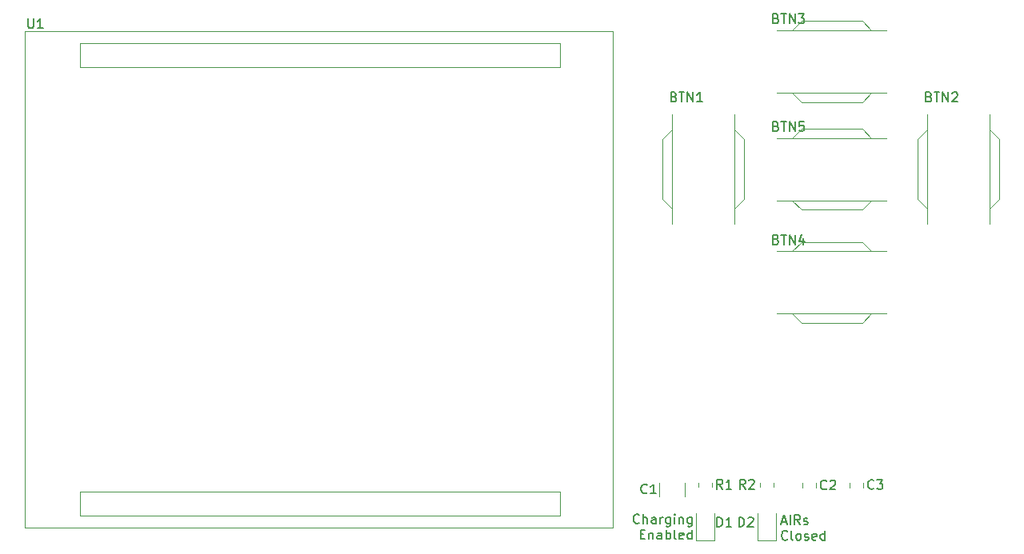
<source format=gbr>
%TF.GenerationSoftware,KiCad,Pcbnew,(5.1.10)-1*%
%TF.CreationDate,2022-03-09T11:46:58-05:00*%
%TF.ProjectId,PacMan-display,5061634d-616e-42d6-9469-73706c61792e,1.0*%
%TF.SameCoordinates,Original*%
%TF.FileFunction,Legend,Top*%
%TF.FilePolarity,Positive*%
%FSLAX46Y46*%
G04 Gerber Fmt 4.6, Leading zero omitted, Abs format (unit mm)*
G04 Created by KiCad (PCBNEW (5.1.10)-1) date 2022-03-09 11:46:58*
%MOMM*%
%LPD*%
G01*
G04 APERTURE LIST*
%ADD10C,0.150000*%
%ADD11C,0.120000*%
G04 APERTURE END LIST*
D10*
X170271976Y-123439666D02*
X170748166Y-123439666D01*
X170176738Y-123725380D02*
X170510071Y-122725380D01*
X170843404Y-123725380D01*
X171176738Y-123725380D02*
X171176738Y-122725380D01*
X172224357Y-123725380D02*
X171891023Y-123249190D01*
X171652928Y-123725380D02*
X171652928Y-122725380D01*
X172033880Y-122725380D01*
X172129119Y-122773000D01*
X172176738Y-122820619D01*
X172224357Y-122915857D01*
X172224357Y-123058714D01*
X172176738Y-123153952D01*
X172129119Y-123201571D01*
X172033880Y-123249190D01*
X171652928Y-123249190D01*
X172605309Y-123677761D02*
X172700547Y-123725380D01*
X172891023Y-123725380D01*
X172986261Y-123677761D01*
X173033880Y-123582523D01*
X173033880Y-123534904D01*
X172986261Y-123439666D01*
X172891023Y-123392047D01*
X172748166Y-123392047D01*
X172652928Y-123344428D01*
X172605309Y-123249190D01*
X172605309Y-123201571D01*
X172652928Y-123106333D01*
X172748166Y-123058714D01*
X172891023Y-123058714D01*
X172986261Y-123106333D01*
X170891023Y-125280142D02*
X170843404Y-125327761D01*
X170700547Y-125375380D01*
X170605309Y-125375380D01*
X170462452Y-125327761D01*
X170367214Y-125232523D01*
X170319595Y-125137285D01*
X170271976Y-124946809D01*
X170271976Y-124803952D01*
X170319595Y-124613476D01*
X170367214Y-124518238D01*
X170462452Y-124423000D01*
X170605309Y-124375380D01*
X170700547Y-124375380D01*
X170843404Y-124423000D01*
X170891023Y-124470619D01*
X171462452Y-125375380D02*
X171367214Y-125327761D01*
X171319595Y-125232523D01*
X171319595Y-124375380D01*
X171986261Y-125375380D02*
X171891023Y-125327761D01*
X171843404Y-125280142D01*
X171795785Y-125184904D01*
X171795785Y-124899190D01*
X171843404Y-124803952D01*
X171891023Y-124756333D01*
X171986261Y-124708714D01*
X172129119Y-124708714D01*
X172224357Y-124756333D01*
X172271976Y-124803952D01*
X172319595Y-124899190D01*
X172319595Y-125184904D01*
X172271976Y-125280142D01*
X172224357Y-125327761D01*
X172129119Y-125375380D01*
X171986261Y-125375380D01*
X172700547Y-125327761D02*
X172795785Y-125375380D01*
X172986261Y-125375380D01*
X173081500Y-125327761D01*
X173129119Y-125232523D01*
X173129119Y-125184904D01*
X173081500Y-125089666D01*
X172986261Y-125042047D01*
X172843404Y-125042047D01*
X172748166Y-124994428D01*
X172700547Y-124899190D01*
X172700547Y-124851571D01*
X172748166Y-124756333D01*
X172843404Y-124708714D01*
X172986261Y-124708714D01*
X173081500Y-124756333D01*
X173938642Y-125327761D02*
X173843404Y-125375380D01*
X173652928Y-125375380D01*
X173557690Y-125327761D01*
X173510071Y-125232523D01*
X173510071Y-124851571D01*
X173557690Y-124756333D01*
X173652928Y-124708714D01*
X173843404Y-124708714D01*
X173938642Y-124756333D01*
X173986261Y-124851571D01*
X173986261Y-124946809D01*
X173510071Y-125042047D01*
X174843404Y-125375380D02*
X174843404Y-124375380D01*
X174843404Y-125327761D02*
X174748166Y-125375380D01*
X174557690Y-125375380D01*
X174462452Y-125327761D01*
X174414833Y-125280142D01*
X174367214Y-125184904D01*
X174367214Y-124899190D01*
X174414833Y-124803952D01*
X174462452Y-124756333D01*
X174557690Y-124708714D01*
X174748166Y-124708714D01*
X174843404Y-124756333D01*
X155176976Y-123530142D02*
X155129357Y-123577761D01*
X154986500Y-123625380D01*
X154891261Y-123625380D01*
X154748404Y-123577761D01*
X154653166Y-123482523D01*
X154605547Y-123387285D01*
X154557928Y-123196809D01*
X154557928Y-123053952D01*
X154605547Y-122863476D01*
X154653166Y-122768238D01*
X154748404Y-122673000D01*
X154891261Y-122625380D01*
X154986500Y-122625380D01*
X155129357Y-122673000D01*
X155176976Y-122720619D01*
X155605547Y-123625380D02*
X155605547Y-122625380D01*
X156034119Y-123625380D02*
X156034119Y-123101571D01*
X155986500Y-123006333D01*
X155891261Y-122958714D01*
X155748404Y-122958714D01*
X155653166Y-123006333D01*
X155605547Y-123053952D01*
X156938880Y-123625380D02*
X156938880Y-123101571D01*
X156891261Y-123006333D01*
X156796023Y-122958714D01*
X156605547Y-122958714D01*
X156510309Y-123006333D01*
X156938880Y-123577761D02*
X156843642Y-123625380D01*
X156605547Y-123625380D01*
X156510309Y-123577761D01*
X156462690Y-123482523D01*
X156462690Y-123387285D01*
X156510309Y-123292047D01*
X156605547Y-123244428D01*
X156843642Y-123244428D01*
X156938880Y-123196809D01*
X157415071Y-123625380D02*
X157415071Y-122958714D01*
X157415071Y-123149190D02*
X157462690Y-123053952D01*
X157510309Y-123006333D01*
X157605547Y-122958714D01*
X157700785Y-122958714D01*
X158462690Y-122958714D02*
X158462690Y-123768238D01*
X158415071Y-123863476D01*
X158367452Y-123911095D01*
X158272214Y-123958714D01*
X158129357Y-123958714D01*
X158034119Y-123911095D01*
X158462690Y-123577761D02*
X158367452Y-123625380D01*
X158176976Y-123625380D01*
X158081738Y-123577761D01*
X158034119Y-123530142D01*
X157986500Y-123434904D01*
X157986500Y-123149190D01*
X158034119Y-123053952D01*
X158081738Y-123006333D01*
X158176976Y-122958714D01*
X158367452Y-122958714D01*
X158462690Y-123006333D01*
X158938880Y-123625380D02*
X158938880Y-122958714D01*
X158938880Y-122625380D02*
X158891261Y-122673000D01*
X158938880Y-122720619D01*
X158986500Y-122673000D01*
X158938880Y-122625380D01*
X158938880Y-122720619D01*
X159415071Y-122958714D02*
X159415071Y-123625380D01*
X159415071Y-123053952D02*
X159462690Y-123006333D01*
X159557928Y-122958714D01*
X159700785Y-122958714D01*
X159796023Y-123006333D01*
X159843642Y-123101571D01*
X159843642Y-123625380D01*
X160748404Y-122958714D02*
X160748404Y-123768238D01*
X160700785Y-123863476D01*
X160653166Y-123911095D01*
X160557928Y-123958714D01*
X160415071Y-123958714D01*
X160319833Y-123911095D01*
X160748404Y-123577761D02*
X160653166Y-123625380D01*
X160462690Y-123625380D01*
X160367452Y-123577761D01*
X160319833Y-123530142D01*
X160272214Y-123434904D01*
X160272214Y-123149190D01*
X160319833Y-123053952D01*
X160367452Y-123006333D01*
X160462690Y-122958714D01*
X160653166Y-122958714D01*
X160748404Y-123006333D01*
X155319833Y-124751571D02*
X155653166Y-124751571D01*
X155796023Y-125275380D02*
X155319833Y-125275380D01*
X155319833Y-124275380D01*
X155796023Y-124275380D01*
X156224595Y-124608714D02*
X156224595Y-125275380D01*
X156224595Y-124703952D02*
X156272214Y-124656333D01*
X156367452Y-124608714D01*
X156510309Y-124608714D01*
X156605547Y-124656333D01*
X156653166Y-124751571D01*
X156653166Y-125275380D01*
X157557928Y-125275380D02*
X157557928Y-124751571D01*
X157510309Y-124656333D01*
X157415071Y-124608714D01*
X157224595Y-124608714D01*
X157129357Y-124656333D01*
X157557928Y-125227761D02*
X157462690Y-125275380D01*
X157224595Y-125275380D01*
X157129357Y-125227761D01*
X157081738Y-125132523D01*
X157081738Y-125037285D01*
X157129357Y-124942047D01*
X157224595Y-124894428D01*
X157462690Y-124894428D01*
X157557928Y-124846809D01*
X158034119Y-125275380D02*
X158034119Y-124275380D01*
X158034119Y-124656333D02*
X158129357Y-124608714D01*
X158319833Y-124608714D01*
X158415071Y-124656333D01*
X158462690Y-124703952D01*
X158510309Y-124799190D01*
X158510309Y-125084904D01*
X158462690Y-125180142D01*
X158415071Y-125227761D01*
X158319833Y-125275380D01*
X158129357Y-125275380D01*
X158034119Y-125227761D01*
X159081738Y-125275380D02*
X158986500Y-125227761D01*
X158938880Y-125132523D01*
X158938880Y-124275380D01*
X159843642Y-125227761D02*
X159748404Y-125275380D01*
X159557928Y-125275380D01*
X159462690Y-125227761D01*
X159415071Y-125132523D01*
X159415071Y-124751571D01*
X159462690Y-124656333D01*
X159557928Y-124608714D01*
X159748404Y-124608714D01*
X159843642Y-124656333D01*
X159891261Y-124751571D01*
X159891261Y-124846809D01*
X159415071Y-124942047D01*
X160748404Y-125275380D02*
X160748404Y-124275380D01*
X160748404Y-125227761D02*
X160653166Y-125275380D01*
X160462690Y-125275380D01*
X160367452Y-125227761D01*
X160319833Y-125180142D01*
X160272214Y-125084904D01*
X160272214Y-124799190D01*
X160319833Y-124703952D01*
X160367452Y-124656333D01*
X160462690Y-124608714D01*
X160653166Y-124608714D01*
X160748404Y-124656333D01*
D11*
%TO.C,R2*%
X169419000Y-119270936D02*
X169419000Y-119725064D01*
X167949000Y-119270936D02*
X167949000Y-119725064D01*
%TO.C,D2*%
X167724000Y-122523000D02*
X167724000Y-125383000D01*
X167724000Y-125383000D02*
X169644000Y-125383000D01*
X169644000Y-125383000D02*
X169644000Y-122523000D01*
%TO.C,D1*%
X161224000Y-122523000D02*
X161224000Y-125383000D01*
X161224000Y-125383000D02*
X163144000Y-125383000D01*
X163144000Y-125383000D02*
X163144000Y-122523000D01*
%TO.C,C3*%
X178919000Y-119274248D02*
X178919000Y-119796752D01*
X177449000Y-119274248D02*
X177449000Y-119796752D01*
%TO.C,U1*%
X90184000Y-71498000D02*
X152414000Y-71498000D01*
X152414000Y-71498000D02*
X152414000Y-124076000D01*
X90184000Y-124076000D02*
X152414000Y-124076000D01*
X90184000Y-71498000D02*
X90184000Y-124076000D01*
X96026000Y-72768000D02*
X96026000Y-75308000D01*
X96026000Y-75308000D02*
X146826000Y-75308000D01*
X146826000Y-75308000D02*
X146826000Y-72768000D01*
X146826000Y-72768000D02*
X96026000Y-72768000D01*
X146826000Y-120266000D02*
X96026000Y-120266000D01*
X96026000Y-120266000D02*
X96026000Y-122806000D01*
X96026000Y-122806000D02*
X146826000Y-122806000D01*
X146826000Y-122806000D02*
X146826000Y-120266000D01*
%TO.C,R1*%
X162919000Y-119270936D02*
X162919000Y-119725064D01*
X161449000Y-119270936D02*
X161449000Y-119725064D01*
%TO.C,C2*%
X173919000Y-119274248D02*
X173919000Y-119796752D01*
X172449000Y-119274248D02*
X172449000Y-119796752D01*
%TO.C,C1*%
X160044000Y-119349248D02*
X160044000Y-120771752D01*
X157324000Y-119349248D02*
X157324000Y-120771752D01*
%TO.C,BTN5*%
X169784000Y-82798000D02*
X181384000Y-82798000D01*
X169784000Y-89398000D02*
X181384000Y-89398000D01*
X179784000Y-82798000D02*
X178784000Y-81798000D01*
X171384000Y-82798000D02*
X172384000Y-81798000D01*
X172384000Y-81798000D02*
X178784000Y-81798000D01*
X171384000Y-89398000D02*
X172384000Y-90398000D01*
X179784000Y-89398000D02*
X178784000Y-90398000D01*
X172384000Y-90398000D02*
X178784000Y-90398000D01*
%TO.C,BTN4*%
X169784000Y-94798000D02*
X181384000Y-94798000D01*
X169784000Y-101398000D02*
X181384000Y-101398000D01*
X179784000Y-94798000D02*
X178784000Y-93798000D01*
X171384000Y-94798000D02*
X172384000Y-93798000D01*
X172384000Y-93798000D02*
X178784000Y-93798000D01*
X171384000Y-101398000D02*
X172384000Y-102398000D01*
X179784000Y-101398000D02*
X178784000Y-102398000D01*
X172384000Y-102398000D02*
X178784000Y-102398000D01*
%TO.C,BTN3*%
X169784000Y-71398000D02*
X181384000Y-71398000D01*
X169784000Y-77998000D02*
X181384000Y-77998000D01*
X179784000Y-71398000D02*
X178784000Y-70398000D01*
X171384000Y-71398000D02*
X172384000Y-70398000D01*
X172384000Y-70398000D02*
X178784000Y-70398000D01*
X171384000Y-77998000D02*
X172384000Y-78998000D01*
X179784000Y-77998000D02*
X178784000Y-78998000D01*
X172384000Y-78998000D02*
X178784000Y-78998000D01*
%TO.C,BTN2*%
X192284000Y-80298000D02*
X192284000Y-91898000D01*
X185684000Y-80298000D02*
X185684000Y-91898000D01*
X192284000Y-90298000D02*
X193284000Y-89298000D01*
X192284000Y-81898000D02*
X193284000Y-82898000D01*
X193284000Y-82898000D02*
X193284000Y-89298000D01*
X185684000Y-81898000D02*
X184684000Y-82898000D01*
X185684000Y-90298000D02*
X184684000Y-89298000D01*
X184684000Y-82898000D02*
X184684000Y-89298000D01*
%TO.C,BTN1*%
X165284000Y-80298000D02*
X165284000Y-91898000D01*
X158684000Y-80298000D02*
X158684000Y-91898000D01*
X165284000Y-90298000D02*
X166284000Y-89298000D01*
X165284000Y-81898000D02*
X166284000Y-82898000D01*
X166284000Y-82898000D02*
X166284000Y-89298000D01*
X158684000Y-81898000D02*
X157684000Y-82898000D01*
X158684000Y-90298000D02*
X157684000Y-89298000D01*
X157684000Y-82898000D02*
X157684000Y-89298000D01*
%TO.C,R2*%
D10*
X166417333Y-119950380D02*
X166084000Y-119474190D01*
X165845904Y-119950380D02*
X165845904Y-118950380D01*
X166226857Y-118950380D01*
X166322095Y-118998000D01*
X166369714Y-119045619D01*
X166417333Y-119140857D01*
X166417333Y-119283714D01*
X166369714Y-119378952D01*
X166322095Y-119426571D01*
X166226857Y-119474190D01*
X165845904Y-119474190D01*
X166798285Y-119045619D02*
X166845904Y-118998000D01*
X166941142Y-118950380D01*
X167179238Y-118950380D01*
X167274476Y-118998000D01*
X167322095Y-119045619D01*
X167369714Y-119140857D01*
X167369714Y-119236095D01*
X167322095Y-119378952D01*
X166750666Y-119950380D01*
X167369714Y-119950380D01*
%TO.C,D2*%
X165745904Y-123950380D02*
X165745904Y-122950380D01*
X165984000Y-122950380D01*
X166126857Y-122998000D01*
X166222095Y-123093238D01*
X166269714Y-123188476D01*
X166317333Y-123378952D01*
X166317333Y-123521809D01*
X166269714Y-123712285D01*
X166222095Y-123807523D01*
X166126857Y-123902761D01*
X165984000Y-123950380D01*
X165745904Y-123950380D01*
X166698285Y-123045619D02*
X166745904Y-122998000D01*
X166841142Y-122950380D01*
X167079238Y-122950380D01*
X167174476Y-122998000D01*
X167222095Y-123045619D01*
X167269714Y-123140857D01*
X167269714Y-123236095D01*
X167222095Y-123378952D01*
X166650666Y-123950380D01*
X167269714Y-123950380D01*
%TO.C,D1*%
X163445904Y-123950380D02*
X163445904Y-122950380D01*
X163684000Y-122950380D01*
X163826857Y-122998000D01*
X163922095Y-123093238D01*
X163969714Y-123188476D01*
X164017333Y-123378952D01*
X164017333Y-123521809D01*
X163969714Y-123712285D01*
X163922095Y-123807523D01*
X163826857Y-123902761D01*
X163684000Y-123950380D01*
X163445904Y-123950380D01*
X164969714Y-123950380D02*
X164398285Y-123950380D01*
X164684000Y-123950380D02*
X164684000Y-122950380D01*
X164588761Y-123093238D01*
X164493523Y-123188476D01*
X164398285Y-123236095D01*
%TO.C,C3*%
X180017333Y-119892642D02*
X179969714Y-119940261D01*
X179826857Y-119987880D01*
X179731619Y-119987880D01*
X179588761Y-119940261D01*
X179493523Y-119845023D01*
X179445904Y-119749785D01*
X179398285Y-119559309D01*
X179398285Y-119416452D01*
X179445904Y-119225976D01*
X179493523Y-119130738D01*
X179588761Y-119035500D01*
X179731619Y-118987880D01*
X179826857Y-118987880D01*
X179969714Y-119035500D01*
X180017333Y-119083119D01*
X180350666Y-118987880D02*
X180969714Y-118987880D01*
X180636380Y-119368833D01*
X180779238Y-119368833D01*
X180874476Y-119416452D01*
X180922095Y-119464071D01*
X180969714Y-119559309D01*
X180969714Y-119797404D01*
X180922095Y-119892642D01*
X180874476Y-119940261D01*
X180779238Y-119987880D01*
X180493523Y-119987880D01*
X180398285Y-119940261D01*
X180350666Y-119892642D01*
%TO.C,U1*%
X90522095Y-70150380D02*
X90522095Y-70959904D01*
X90569714Y-71055142D01*
X90617333Y-71102761D01*
X90712571Y-71150380D01*
X90903047Y-71150380D01*
X90998285Y-71102761D01*
X91045904Y-71055142D01*
X91093523Y-70959904D01*
X91093523Y-70150380D01*
X92093523Y-71150380D02*
X91522095Y-71150380D01*
X91807809Y-71150380D02*
X91807809Y-70150380D01*
X91712571Y-70293238D01*
X91617333Y-70388476D01*
X91522095Y-70436095D01*
%TO.C,R1*%
X164017333Y-119950380D02*
X163684000Y-119474190D01*
X163445904Y-119950380D02*
X163445904Y-118950380D01*
X163826857Y-118950380D01*
X163922095Y-118998000D01*
X163969714Y-119045619D01*
X164017333Y-119140857D01*
X164017333Y-119283714D01*
X163969714Y-119378952D01*
X163922095Y-119426571D01*
X163826857Y-119474190D01*
X163445904Y-119474190D01*
X164969714Y-119950380D02*
X164398285Y-119950380D01*
X164684000Y-119950380D02*
X164684000Y-118950380D01*
X164588761Y-119093238D01*
X164493523Y-119188476D01*
X164398285Y-119236095D01*
%TO.C,C2*%
X175017333Y-119930142D02*
X174969714Y-119977761D01*
X174826857Y-120025380D01*
X174731619Y-120025380D01*
X174588761Y-119977761D01*
X174493523Y-119882523D01*
X174445904Y-119787285D01*
X174398285Y-119596809D01*
X174398285Y-119453952D01*
X174445904Y-119263476D01*
X174493523Y-119168238D01*
X174588761Y-119073000D01*
X174731619Y-119025380D01*
X174826857Y-119025380D01*
X174969714Y-119073000D01*
X175017333Y-119120619D01*
X175398285Y-119120619D02*
X175445904Y-119073000D01*
X175541142Y-119025380D01*
X175779238Y-119025380D01*
X175874476Y-119073000D01*
X175922095Y-119120619D01*
X175969714Y-119215857D01*
X175969714Y-119311095D01*
X175922095Y-119453952D01*
X175350666Y-120025380D01*
X175969714Y-120025380D01*
%TO.C,C1*%
X156017333Y-120355142D02*
X155969714Y-120402761D01*
X155826857Y-120450380D01*
X155731619Y-120450380D01*
X155588761Y-120402761D01*
X155493523Y-120307523D01*
X155445904Y-120212285D01*
X155398285Y-120021809D01*
X155398285Y-119878952D01*
X155445904Y-119688476D01*
X155493523Y-119593238D01*
X155588761Y-119498000D01*
X155731619Y-119450380D01*
X155826857Y-119450380D01*
X155969714Y-119498000D01*
X156017333Y-119545619D01*
X156969714Y-120450380D02*
X156398285Y-120450380D01*
X156684000Y-120450380D02*
X156684000Y-119450380D01*
X156588761Y-119593238D01*
X156493523Y-119688476D01*
X156398285Y-119736095D01*
%TO.C,BTN5*%
X169674476Y-81526571D02*
X169817333Y-81574190D01*
X169864952Y-81621809D01*
X169912571Y-81717047D01*
X169912571Y-81859904D01*
X169864952Y-81955142D01*
X169817333Y-82002761D01*
X169722095Y-82050380D01*
X169341142Y-82050380D01*
X169341142Y-81050380D01*
X169674476Y-81050380D01*
X169769714Y-81098000D01*
X169817333Y-81145619D01*
X169864952Y-81240857D01*
X169864952Y-81336095D01*
X169817333Y-81431333D01*
X169769714Y-81478952D01*
X169674476Y-81526571D01*
X169341142Y-81526571D01*
X170198285Y-81050380D02*
X170769714Y-81050380D01*
X170484000Y-82050380D02*
X170484000Y-81050380D01*
X171103047Y-82050380D02*
X171103047Y-81050380D01*
X171674476Y-82050380D01*
X171674476Y-81050380D01*
X172626857Y-81050380D02*
X172150666Y-81050380D01*
X172103047Y-81526571D01*
X172150666Y-81478952D01*
X172245904Y-81431333D01*
X172484000Y-81431333D01*
X172579238Y-81478952D01*
X172626857Y-81526571D01*
X172674476Y-81621809D01*
X172674476Y-81859904D01*
X172626857Y-81955142D01*
X172579238Y-82002761D01*
X172484000Y-82050380D01*
X172245904Y-82050380D01*
X172150666Y-82002761D01*
X172103047Y-81955142D01*
%TO.C,BTN4*%
X169674476Y-93526571D02*
X169817333Y-93574190D01*
X169864952Y-93621809D01*
X169912571Y-93717047D01*
X169912571Y-93859904D01*
X169864952Y-93955142D01*
X169817333Y-94002761D01*
X169722095Y-94050380D01*
X169341142Y-94050380D01*
X169341142Y-93050380D01*
X169674476Y-93050380D01*
X169769714Y-93098000D01*
X169817333Y-93145619D01*
X169864952Y-93240857D01*
X169864952Y-93336095D01*
X169817333Y-93431333D01*
X169769714Y-93478952D01*
X169674476Y-93526571D01*
X169341142Y-93526571D01*
X170198285Y-93050380D02*
X170769714Y-93050380D01*
X170484000Y-94050380D02*
X170484000Y-93050380D01*
X171103047Y-94050380D02*
X171103047Y-93050380D01*
X171674476Y-94050380D01*
X171674476Y-93050380D01*
X172579238Y-93383714D02*
X172579238Y-94050380D01*
X172341142Y-93002761D02*
X172103047Y-93717047D01*
X172722095Y-93717047D01*
%TO.C,BTN3*%
X169674476Y-70126571D02*
X169817333Y-70174190D01*
X169864952Y-70221809D01*
X169912571Y-70317047D01*
X169912571Y-70459904D01*
X169864952Y-70555142D01*
X169817333Y-70602761D01*
X169722095Y-70650380D01*
X169341142Y-70650380D01*
X169341142Y-69650380D01*
X169674476Y-69650380D01*
X169769714Y-69698000D01*
X169817333Y-69745619D01*
X169864952Y-69840857D01*
X169864952Y-69936095D01*
X169817333Y-70031333D01*
X169769714Y-70078952D01*
X169674476Y-70126571D01*
X169341142Y-70126571D01*
X170198285Y-69650380D02*
X170769714Y-69650380D01*
X170484000Y-70650380D02*
X170484000Y-69650380D01*
X171103047Y-70650380D02*
X171103047Y-69650380D01*
X171674476Y-70650380D01*
X171674476Y-69650380D01*
X172055428Y-69650380D02*
X172674476Y-69650380D01*
X172341142Y-70031333D01*
X172484000Y-70031333D01*
X172579238Y-70078952D01*
X172626857Y-70126571D01*
X172674476Y-70221809D01*
X172674476Y-70459904D01*
X172626857Y-70555142D01*
X172579238Y-70602761D01*
X172484000Y-70650380D01*
X172198285Y-70650380D01*
X172103047Y-70602761D01*
X172055428Y-70555142D01*
%TO.C,BTN2*%
X185874476Y-78426571D02*
X186017333Y-78474190D01*
X186064952Y-78521809D01*
X186112571Y-78617047D01*
X186112571Y-78759904D01*
X186064952Y-78855142D01*
X186017333Y-78902761D01*
X185922095Y-78950380D01*
X185541142Y-78950380D01*
X185541142Y-77950380D01*
X185874476Y-77950380D01*
X185969714Y-77998000D01*
X186017333Y-78045619D01*
X186064952Y-78140857D01*
X186064952Y-78236095D01*
X186017333Y-78331333D01*
X185969714Y-78378952D01*
X185874476Y-78426571D01*
X185541142Y-78426571D01*
X186398285Y-77950380D02*
X186969714Y-77950380D01*
X186684000Y-78950380D02*
X186684000Y-77950380D01*
X187303047Y-78950380D02*
X187303047Y-77950380D01*
X187874476Y-78950380D01*
X187874476Y-77950380D01*
X188303047Y-78045619D02*
X188350666Y-77998000D01*
X188445904Y-77950380D01*
X188684000Y-77950380D01*
X188779238Y-77998000D01*
X188826857Y-78045619D01*
X188874476Y-78140857D01*
X188874476Y-78236095D01*
X188826857Y-78378952D01*
X188255428Y-78950380D01*
X188874476Y-78950380D01*
%TO.C,BTN1*%
X158874476Y-78426571D02*
X159017333Y-78474190D01*
X159064952Y-78521809D01*
X159112571Y-78617047D01*
X159112571Y-78759904D01*
X159064952Y-78855142D01*
X159017333Y-78902761D01*
X158922095Y-78950380D01*
X158541142Y-78950380D01*
X158541142Y-77950380D01*
X158874476Y-77950380D01*
X158969714Y-77998000D01*
X159017333Y-78045619D01*
X159064952Y-78140857D01*
X159064952Y-78236095D01*
X159017333Y-78331333D01*
X158969714Y-78378952D01*
X158874476Y-78426571D01*
X158541142Y-78426571D01*
X159398285Y-77950380D02*
X159969714Y-77950380D01*
X159684000Y-78950380D02*
X159684000Y-77950380D01*
X160303047Y-78950380D02*
X160303047Y-77950380D01*
X160874476Y-78950380D01*
X160874476Y-77950380D01*
X161874476Y-78950380D02*
X161303047Y-78950380D01*
X161588761Y-78950380D02*
X161588761Y-77950380D01*
X161493523Y-78093238D01*
X161398285Y-78188476D01*
X161303047Y-78236095D01*
%TD*%
M02*

</source>
